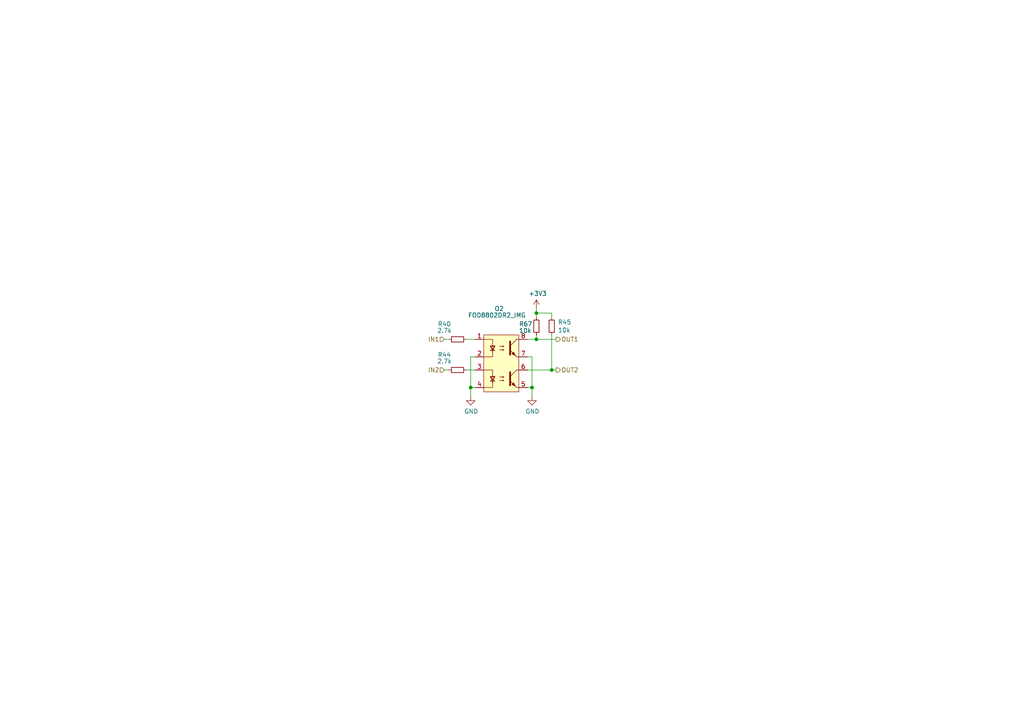
<source format=kicad_sch>
(kicad_sch (version 20231120) (generator "eeschema") (generator_version "8.0")
  (paper "A4")
  (lib_symbols
    (symbol "Device:R_Small" (pin_numbers hide) (pin_names (offset 0.254) hide)
      (property "Reference" "R" (at 0.762 0.508 0))
      (property "Value" "R_Small" (at 0.762 -1.016 0))
      (symbol "R_Small_0_1"
        (rectangle (start -0.762 1.778) (end 0.762 -1.778) (stroke (width 0.2032)))
      )
      (symbol "R_Small_1_1"
        (pin passive line (at 0 2.54 270) (length 0.762) (name "~") (number "1"))
        (pin passive line (at 0 -2.54 90) (length 0.762) (name "~") (number "2"))
      )
    )
    (symbol "Opto 2 ch:FOD8802DR2_IMG"
      (property "Reference" "O" (at 0 0 0))
      (property "Value" "FOD8802DR2_IMG" (at 0 0 0))
      (symbol "FOD8802DR2_IMG_0_1"
        (rectangle (start -6.35 -3.81) (end 3.81 -20.32) (fill (type background)))
        (polyline (pts (xy -4.445 -17.145) (xy -3.175 -17.145)) (stroke (width 0.254)))
        (polyline (pts (xy -4.445 -8.255) (xy -3.175 -8.255)) (stroke (width 0.254)))
        (polyline (pts (xy 1.27 -15.875) (xy 3.175 -13.97)))
        (polyline (pts (xy 1.27 -6.985) (xy 3.175 -5.08)))
        (polyline (pts (xy 3.175 -19.05) (xy 1.27 -17.145)) (fill (type outline)))
        (polyline (pts (xy 3.175 -19.05) (xy 3.81 -19.05)))
        (polyline (pts (xy 3.175 -13.97) (xy 3.81 -13.97)))
        (polyline (pts (xy 3.175 -10.16) (xy 1.27 -8.255)) (fill (type outline)))
        (polyline (pts (xy 3.175 -10.16) (xy 3.81 -10.16)))
        (polyline (pts (xy 3.175 -5.08) (xy 3.81 -5.08)))
        (polyline (pts (xy -3.81 -17.145) (xy -3.81 -19.05) (xy -6.35 -19.05)))
        (polyline (pts (xy -3.81 -8.255) (xy -3.81 -10.16) (xy -6.35 -10.16)))
        (polyline (pts (xy 1.27 -14.605) (xy 1.27 -18.415) (xy 1.27 -18.415)) (stroke (width 0.508)))
        (polyline (pts (xy 1.27 -5.715) (xy 1.27 -9.525) (xy 1.27 -9.525)) (stroke (width 0.508)))
        (polyline (pts (xy -6.35 -13.97) (xy -3.81 -13.97) (xy -3.81 -17.78) (xy -3.81 -15.875)))
        (polyline (pts (xy -6.35 -5.08) (xy -3.81 -5.08) (xy -3.81 -8.89) (xy -3.81 -6.985)))
        (polyline (pts (xy -3.81 -17.145) (xy -4.445 -15.875) (xy -3.175 -15.875) (xy -3.81 -17.145)) (stroke (width 0.254)))
        (polyline (pts (xy -3.81 -8.255) (xy -4.445 -6.985) (xy -3.175 -6.985) (xy -3.81 -8.255)) (stroke (width 0.254)))
        (polyline (pts (xy -1.778 -17.018) (xy -0.508 -17.018) (xy -0.889 -17.145) (xy -0.889 -16.891) (xy -0.508 -17.018)))
        (polyline (pts (xy -1.778 -16.002) (xy -0.508 -16.002) (xy -0.889 -16.129) (xy -0.889 -15.875) (xy -0.508 -16.002)))
        (polyline (pts (xy -1.778 -8.128) (xy -0.508 -8.128) (xy -0.889 -8.255) (xy -0.889 -8.001) (xy -0.508 -8.128)))
        (polyline (pts (xy -1.778 -7.112) (xy -0.508 -7.112) (xy -0.889 -7.239) (xy -0.889 -6.985) (xy -0.508 -7.112)))
        (polyline (pts (xy 1.778 -18.161) (xy 2.286 -17.653) (xy 2.794 -18.669) (xy 1.778 -18.161) (xy 1.778 -18.161)) (fill (type outline)))
        (polyline (pts (xy 1.778 -9.271) (xy 2.286 -8.763) (xy 2.794 -9.779) (xy 1.778 -9.271) (xy 1.778 -9.271)) (fill (type outline)))
      )
      (symbol "FOD8802DR2_IMG_1_1"
        (pin passive line (at -8.89 -5.08 0) (length 2.54) (name "~") (number "1"))
        (pin passive line (at -8.89 -10.16 0) (length 2.54) (name "~") (number "2"))
        (pin passive line (at -8.89 -13.97 0) (length 2.54) (name "~") (number "3"))
        (pin passive line (at -8.89 -19.05 0) (length 2.54) (name "~") (number "4"))
        (pin passive line (at 6.35 -19.05 180) (length 2.54) (name "~") (number "5"))
        (pin passive line (at 6.35 -13.97 180) (length 2.54) (name "~") (number "6"))
        (pin passive line (at 6.35 -10.16 180) (length 2.54) (name "~") (number "7"))
        (pin passive line (at 6.35 -5.08 180) (length 2.54) (name "~") (number "8"))
      )
    )
    (symbol "power:+3.3V" (power) (pin_names (offset 0))
      (property "Value" "+3.3V" (at 0 3.556 0))
      (symbol "+3.3V_0_1"
        (polyline (pts (xy -0.762 1.27) (xy 0 2.54)))
        (polyline (pts (xy 0 0) (xy 0 2.54)))
        (polyline (pts (xy 0 2.54) (xy 0.762 1.27)))
      )
      (symbol "+3.3V_1_1"
        (pin power_in line (at 0 0 90) (length 0) hide (name "+3V3") (number "1"))
      )
    )
    (symbol "power:GND" (power) (pin_names (offset 0))
      (property "Value" "GND" (at 0 -3.81 0))
      (symbol "GND_0_1"
        (polyline (pts (xy 0 0) (xy 0 -1.27) (xy 1.27 -1.27) (xy 0 -2.54) (xy -1.27 -1.27) (xy 0 -1.27)))
      )
      (symbol "GND_1_1"
        (pin power_in line (at 0 0 270) (length 0) hide (name "GND") (number "1"))
      )
    )
  )
  (junction (at 160.02 107.315))
  (junction (at 154.305 112.395))
  (junction (at 136.525 112.395))
  (junction (at 155.575 90.805))
  (junction (at 155.575 98.425))
  (wire (pts (xy 154.305 112.395) (xy 153.035 112.395)))
  (wire (pts (xy 155.575 90.805) (xy 160.02 90.805)))
  (wire (pts (xy 153.035 98.425) (xy 155.575 98.425)))
  (wire (pts (xy 137.795 98.425) (xy 135.255 98.425)))
  (wire (pts (xy 137.795 103.505) (xy 136.525 103.505)))
  (wire (pts (xy 136.525 103.505) (xy 136.525 112.395)))
  (wire (pts (xy 155.575 98.425) (xy 161.29 98.425)))
  (wire (pts (xy 154.305 112.395) (xy 154.305 114.935)))
  (wire (pts (xy 130.175 107.315) (xy 128.905 107.315)))
  (wire (pts (xy 135.255 107.315) (xy 137.795 107.315)))
  (wire (pts (xy 136.525 112.395) (xy 136.525 114.935)))
  (wire (pts (xy 155.575 89.535) (xy 155.575 90.805)))
  (wire (pts (xy 153.035 103.505) (xy 154.305 103.505)))
  (wire (pts (xy 160.02 97.155) (xy 160.02 107.315)))
  (wire (pts (xy 160.02 107.315) (xy 161.29 107.315)))
  (wire (pts (xy 154.305 103.505) (xy 154.305 112.395)))
  (wire (pts (xy 136.525 112.395) (xy 137.795 112.395)))
  (wire (pts (xy 153.035 107.315) (xy 160.02 107.315)))
  (wire (pts (xy 155.575 90.805) (xy 155.575 92.075)))
  (wire (pts (xy 160.02 90.805) (xy 160.02 92.075)))
  (wire (pts (xy 155.575 97.155) (xy 155.575 98.425)))
  (wire (pts (xy 130.175 98.425) (xy 128.905 98.425)))
  (hierarchical_label "OUT2" (shape output) (at 161.29 107.315 0))
  (hierarchical_label "OUT1" (shape output) (at 161.29 98.425 0))
  (hierarchical_label "IN1" (shape input) (at 128.905 98.425 180))
  (hierarchical_label "IN2" (shape input) (at 128.905 107.315 180))
  (symbol (lib_id "power:+3.3V") (at 155.575 89.535 0) (unit 1)
    (property "Reference" "#PWR0161" (effects (hide yes)))
    (property "Value" "+3V3" (at 155.956 85.1408 0))
    (instances (project "PUTM_EV_BMS_HV_Master_2021" (path "" (reference "#PWR0161") (unit 1)) (path "" (reference "#PWR033") (unit 1)) (path "" (reference "#PWR064") (unit 1))))
  )
  (symbol (lib_id "Device:R_Small") (at 132.715 98.425 270) (unit 1)
    (property "Reference" "R40" (at 128.905 93.98 90))
    (property "Value" "2.7k" (at 128.905 95.885 90))
    (property "Footprint" "Resistor_SMD:R_0603_1608Metric" (effects (hide yes)))
    (property "Manufacturer_Name" "--" (effects (hide yes)))
    (property "Manufacturer_Part_Number" "--" (effects (hide yes)))
    (instances (project "PUTM_EV_BMS_HV_Master_2021" (path "" (reference "R40") (unit 1)) (path "" (reference "R14") (unit 1)) (path "" (reference "R24") (unit 1))))
  )
  (symbol (lib_id "power:GND") (at 154.305 114.935 0) (unit 1)
    (property "Reference" "#PWR0177" (effects (hide yes)))
    (property "Value" "GND" (at 154.432 119.3292 0))
    (instances (project "PUTM_EV_BMS_HV_Master_2021" (path "" (reference "#PWR0177") (unit 1)) (path "" (reference "#PWR032") (unit 1)) (path "" (reference "#PWR063") (unit 1))))
  )
  (symbol (lib_id "Device:R_Small") (at 155.575 94.615 180) (unit 1)
    (property "Reference" "R67" (at 150.495 93.98 0) (effects (justify right)))
    (property "Value" "10k" (at 150.495 95.885 0) (effects (justify right)))
    (property "Footprint" "Resistor_SMD:R_0603_1608Metric" (effects (hide yes)))
    (property "Manufacturer_Name" "--" (effects (hide yes)))
    (property "Manufacturer_Part_Number" "--" (effects (hide yes)))
    (instances (project "PUTM_EV_BMS_HV_Master_2021" (path "" (reference "R67") (unit 1)) (path "" (reference "R31") (unit 1)) (path "" (reference "R29") (unit 1))))
  )
  (symbol (lib_id "Opto 2 ch:FOD8802DR2_IMG") (at 146.685 93.345 0) (unit 1)
    (property "Reference" "O2" (at 144.78 89.535 0))
    (property "Value" "FOD8802DR2_IMG" (at 144.145 91.44 0))
    (property "Footprint" "Opto 2 ch:SOIC127P600X175-8N" (effects (hide yes)))
    (property "Manufacturer_Name" "onsemi" (effects (hide yes)))
    (property "Manufacturer_Part_Number" "FOD8802DR2" (effects (hide yes)))
    (property "Mouser Part Number" "863-FOD8802DR2" (effects (hide yes)))
    (property "Mouser Price/Stock" "https://www.mouser.pl/ProductDetail/onsemi/FOD8802DR2?qs=stqOd1AaK7%2FrKOyi9z09cg%3D%3D" (effects (hide yes)))
    (instances (project "PUTM_EV_BMS_HV_Master_2021" (path "" (reference "O2") (unit 1)) (path "" (reference "O1") (unit 1)) (path "" (reference "O3") (unit 1))))
  )
  (symbol (lib_id "power:GND") (at 136.525 114.935 0) (unit 1)
    (property "Reference" "#PWR0178" (effects (hide yes)))
    (property "Value" "GND" (at 136.652 119.3292 0))
    (instances (project "PUTM_EV_BMS_HV_Master_2021" (path "" (reference "#PWR0178") (unit 1)) (path "" (reference "#PWR013") (unit 1)) (path "" (reference "#PWR062") (unit 1))))
  )
  (symbol (lib_id "Device:R_Small") (at 160.02 94.615 180) (unit 1)
    (property "Reference" "R45" (at 161.798 93.4466 0) (effects (justify right)))
    (property "Value" "10k" (at 161.798 95.758 0) (effects (justify right)))
    (property "Footprint" "Resistor_SMD:R_0603_1608Metric" (effects (hide yes)))
    (property "Manufacturer_Name" "--" (effects (hide yes)))
    (property "Manufacturer_Part_Number" "--" (effects (hide yes)))
    (instances (project "PUTM_EV_BMS_HV_Master_2021" (path "" (reference "R45") (unit 1)) (path "" (reference "R33") (unit 1)) (path "" (reference "R35") (unit 1))))
  )
  (symbol (lib_id "Device:R_Small") (at 132.715 107.315 270) (unit 1)
    (property "Reference" "R44" (at 128.905 102.87 90))
    (property "Value" "2.7k" (at 128.905 104.775 90))
    (property "Footprint" "Resistor_SMD:R_0603_1608Metric" (effects (hide yes)))
    (property "Manufacturer_Name" "--" (effects (hide yes)))
    (property "Manufacturer_Part_Number" "--" (effects (hide yes)))
    (instances (project "PUTM_EV_BMS_HV_Master_2021" (path "" (reference "R44") (unit 1)) (path "" (reference "R16") (unit 1)) (path "" (reference "R27") (unit 1))))
  )
)
</source>
